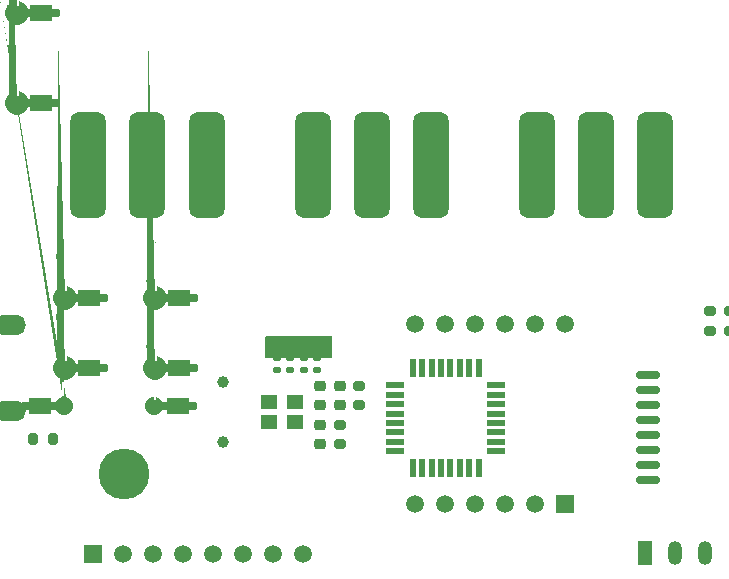
<source format=gbr>
%TF.GenerationSoftware,KiCad,Pcbnew,(6.0.0)*%
%TF.CreationDate,2023-05-06T18:39:40-07:00*%
%TF.ProjectId,digital_clock_v3,64696769-7461-46c5-9f63-6c6f636b5f76,rev?*%
%TF.SameCoordinates,Original*%
%TF.FileFunction,Soldermask,Top*%
%TF.FilePolarity,Negative*%
%FSLAX46Y46*%
G04 Gerber Fmt 4.6, Leading zero omitted, Abs format (unit mm)*
G04 Created by KiCad (PCBNEW (6.0.0)) date 2023-05-06 18:39:40*
%MOMM*%
%LPD*%
G01*
G04 APERTURE LIST*
G04 Aperture macros list*
%AMRoundRect*
0 Rectangle with rounded corners*
0 $1 Rounding radius*
0 $2 $3 $4 $5 $6 $7 $8 $9 X,Y pos of 4 corners*
0 Add a 4 corners polygon primitive as box body*
4,1,4,$2,$3,$4,$5,$6,$7,$8,$9,$2,$3,0*
0 Add four circle primitives for the rounded corners*
1,1,$1+$1,$2,$3*
1,1,$1+$1,$4,$5*
1,1,$1+$1,$6,$7*
1,1,$1+$1,$8,$9*
0 Add four rect primitives between the rounded corners*
20,1,$1+$1,$2,$3,$4,$5,0*
20,1,$1+$1,$4,$5,$6,$7,0*
20,1,$1+$1,$6,$7,$8,$9,0*
20,1,$1+$1,$8,$9,$2,$3,0*%
%AMFreePoly0*
4,1,54,0.201078,0.979575,0.387516,0.921863,0.559193,0.829038,0.709571,0.704634,0.832921,0.553392,0.924546,0.381070,0.947815,0.304000,1.093000,0.304000,1.093000,0.635000,1.107645,0.670355,1.143000,0.685000,2.921000,0.685000,2.956355,0.670355,2.971000,0.635000,2.971000,0.304000,3.556000,0.304000,3.591355,0.289355,3.606000,0.254000,3.606000,-0.254000,3.591355,-0.289355,
3.556000,-0.304000,2.971000,-0.304000,2.971000,-0.635000,2.956355,-0.670355,2.921000,-0.685000,1.143000,-0.685000,1.107645,-0.670355,1.093000,-0.635000,1.093000,-0.304000,0.947721,-0.304000,0.913545,-0.406737,0.817145,-0.576432,0.689620,-0.724172,0.535827,-0.844328,0.361625,-0.932324,0.173648,-0.984808,-0.020942,-0.999781,-0.214735,-0.976672,-0.400349,-0.916363,-0.570714,-0.821149,
-0.719340,-0.694658,-0.840567,-0.541708,-0.929776,-0.368125,-0.983571,-0.180519,-0.999903,0.013962,-0.978148,0.207912,-0.919135,0.393942,-0.825113,0.564967,-0.699663,0.714473,-0.547563,0.836764,-0.374607,0.927184,-0.187381,0.982287,0.006981,0.999976,0.201078,0.979575,0.201078,0.979575,$1*%
%AMFreePoly1*
4,1,51,0.174003,0.741867,0.334039,0.684881,0.477472,0.593856,0.597174,0.473315,0.687196,0.329249,0.743064,0.168820,0.762000,0.000000,0.761703,-0.021276,0.738060,-0.189502,0.677735,-0.348309,0.583726,-0.489804,0.460705,-0.606956,0.314786,-0.693941,0.153221,-0.746436,-0.015958,-0.761833,-0.184344,-0.739365,-0.343569,-0.680150,-0.485717,-0.587131,-0.603725,-0.464931,-0.691726,-0.319622,
-0.696923,-0.304000,-1.093000,-0.304000,-1.093000,-0.635000,-1.107645,-0.670355,-1.143000,-0.685000,-2.921000,-0.685000,-2.956355,-0.670355,-2.971000,-0.635000,-2.971000,-0.304000,-3.556000,-0.304000,-3.591355,-0.289355,-3.606000,-0.254000,-3.606000,0.254000,-3.591355,0.289355,-3.556000,0.304000,-2.971000,0.304000,-2.971000,0.635000,-2.956355,0.670355,-2.921000,0.685000,-1.143000,0.685000,
-1.107645,0.670355,-1.093000,0.635000,-1.093000,0.304000,-0.695203,0.304000,-0.682532,0.338812,-0.590508,0.481606,-0.469134,0.600464,-0.324444,0.689478,-0.163628,0.744224,0.005320,0.761981,0.174003,0.741867,0.174003,0.741867,$1*%
%AMFreePoly2*
4,1,50,0.174003,0.741867,0.334039,0.684881,0.477472,0.593856,0.597174,0.473315,0.687196,0.329249,0.695989,0.304000,1.093000,0.304000,1.093000,0.635000,1.107645,0.670355,1.143000,0.685000,2.921000,0.685000,2.956355,0.670355,2.971000,0.635000,2.971000,0.304000,3.556000,0.304000,3.591355,0.289355,3.606000,0.254000,3.606000,-0.254000,3.591355,-0.289355,3.556000,-0.304000,
2.971000,-0.304000,2.971000,-0.635000,2.956355,-0.670355,2.921000,-0.685000,1.143000,-0.685000,1.107645,-0.670355,1.093000,-0.635000,1.093000,-0.304000,0.694566,-0.304000,0.677735,-0.348309,0.583726,-0.489804,0.460705,-0.606956,0.314786,-0.693941,0.153221,-0.746436,-0.015958,-0.761833,-0.184344,-0.739365,-0.343569,-0.680150,-0.485717,-0.587131,-0.603725,-0.464931,-0.691726,-0.319622,
-0.745348,-0.158429,-0.761926,0.010639,-0.740634,0.179178,-0.682532,0.338812,-0.590508,0.481606,-0.469134,0.600464,-0.324444,0.689478,-0.163628,0.744224,0.005320,0.761981,0.174003,0.741867,0.174003,0.741867,$1*%
G04 Aperture macros list end*
%ADD10RoundRect,0.135000X-0.185000X0.135000X-0.185000X-0.135000X0.185000X-0.135000X0.185000X0.135000X0*%
%ADD11RoundRect,0.200000X-0.275000X0.200000X-0.275000X-0.200000X0.275000X-0.200000X0.275000X0.200000X0*%
%ADD12RoundRect,0.200000X-0.200000X-0.275000X0.200000X-0.275000X0.200000X0.275000X-0.200000X0.275000X0*%
%ADD13RoundRect,0.225000X0.250000X-0.225000X0.250000X0.225000X-0.250000X0.225000X-0.250000X-0.225000X0*%
%ADD14RoundRect,0.225000X-0.250000X0.225000X-0.250000X-0.225000X0.250000X-0.225000X0.250000X0.225000X0*%
%ADD15O,2.700000X1.700000*%
%ADD16R,2.032000X2.032000*%
%ADD17C,2.032000*%
%ADD18R,1.500000X1.500000*%
%ADD19C,1.500000*%
%ADD20RoundRect,0.750000X-0.750000X-3.750000X0.750000X-3.750000X0.750000X3.750000X-0.750000X3.750000X0*%
%ADD21RoundRect,0.150000X-0.875000X-0.150000X0.875000X-0.150000X0.875000X0.150000X-0.875000X0.150000X0*%
%ADD22R,1.200000X2.000000*%
%ADD23O,1.200000X2.000000*%
%ADD24C,4.300000*%
%ADD25FreePoly0,0.000000*%
%ADD26FreePoly0,180.000000*%
%ADD27R,1.400000X1.200000*%
%ADD28FreePoly1,180.000000*%
%ADD29FreePoly2,180.000000*%
%ADD30C,1.000000*%
%ADD31R,1.600000X0.550000*%
%ADD32R,0.550000X1.600000*%
%ADD33FreePoly0,90.000000*%
%ADD34FreePoly0,270.000000*%
G04 APERTURE END LIST*
D10*
%TO.C,R9*%
X30099000Y-43163000D03*
X30099000Y-44183000D03*
%TD*%
%TO.C,R8*%
X31242000Y-43163000D03*
X31242000Y-44183000D03*
%TD*%
%TO.C,R7*%
X32385000Y-43163000D03*
X32385000Y-44183000D03*
%TD*%
%TO.C,R6*%
X28956000Y-43163000D03*
X28956000Y-44183000D03*
%TD*%
D11*
%TO.C,R5*%
X35941000Y-45502000D03*
X35941000Y-47152000D03*
%TD*%
%TO.C,R4*%
X67310000Y-39175000D03*
X67310000Y-40825000D03*
%TD*%
%TO.C,R3*%
X65659000Y-39175000D03*
X65659000Y-40825000D03*
%TD*%
%TO.C,R2*%
X34290000Y-48804000D03*
X34290000Y-50454000D03*
%TD*%
D12*
%TO.C,R1*%
X8350000Y-50000000D03*
X10000000Y-50000000D03*
%TD*%
D13*
%TO.C,C7*%
X32639000Y-50404000D03*
X32639000Y-48854000D03*
%TD*%
%TO.C,C6*%
X32639000Y-47102000D03*
X32639000Y-45552000D03*
%TD*%
D14*
%TO.C,C5*%
X34290000Y-45552000D03*
X34290000Y-47102000D03*
%TD*%
D13*
%TO.C,C1*%
X68961000Y-40775000D03*
X68961000Y-39225000D03*
%TD*%
D15*
%TO.C,J1*%
X91650000Y-23150000D03*
X87139280Y-15850000D03*
X87139280Y-23150000D03*
X91650000Y-15850000D03*
%TD*%
D16*
%TO.C,BZ1*%
X86000000Y-39190000D03*
D17*
X86000000Y-46810000D03*
%TD*%
D18*
%TO.C,T2*%
X13360000Y-59750000D03*
D19*
X15900000Y-59750000D03*
X18440000Y-59750000D03*
X20980000Y-59750000D03*
X23520000Y-59750000D03*
X26060000Y-59750000D03*
X28600000Y-59750000D03*
X31140000Y-59750000D03*
%TD*%
D20*
%TO.C,S8*%
X70000000Y-26845000D03*
X75000000Y-26845000D03*
X80000000Y-26845000D03*
%TD*%
D21*
%TO.C,U1*%
X60350000Y-44555000D03*
X60350000Y-45825000D03*
X60350000Y-47095000D03*
X60350000Y-48365000D03*
X60350000Y-49635000D03*
X60350000Y-50905000D03*
X60350000Y-52175000D03*
X60350000Y-53445000D03*
X69650000Y-53445000D03*
X69650000Y-52175000D03*
X69650000Y-50905000D03*
X69650000Y-49635000D03*
X69650000Y-48365000D03*
X69650000Y-47095000D03*
X69650000Y-45825000D03*
X69650000Y-44555000D03*
%TD*%
D15*
%TO.C,J2*%
X6360720Y-47650000D03*
X1850000Y-40350000D03*
X6360720Y-40350000D03*
X1850000Y-47650000D03*
%TD*%
D22*
%TO.C,T3*%
X89154000Y-25781000D03*
D23*
X86614000Y-25781000D03*
X84074000Y-25781000D03*
%TD*%
D24*
%TO.C,H1*%
X16000000Y-53000000D03*
%TD*%
%TO.C,H3*%
X78000000Y-53000000D03*
%TD*%
D20*
%TO.C,S5*%
X13000000Y-26845000D03*
X18000000Y-26845000D03*
X23000000Y-26845000D03*
%TD*%
D25*
%TO.C,C3*%
X11000000Y-38100000D03*
D26*
X18620000Y-38100000D03*
%TD*%
D20*
%TO.C,S7*%
X51000000Y-26845000D03*
X56000000Y-26845000D03*
X61000000Y-26845000D03*
%TD*%
D27*
%TO.C,Y1*%
X28307200Y-48546000D03*
X30507200Y-48546000D03*
X30507200Y-46846000D03*
X28307200Y-46846000D03*
%TD*%
D26*
%TO.C,C4*%
X18620000Y-44000000D03*
D25*
X11000000Y-44000000D03*
%TD*%
D28*
%TO.C,D1*%
X10922400Y-47175000D03*
D29*
X18542400Y-47175000D03*
%TD*%
D20*
%TO.C,S6*%
X32000000Y-26845000D03*
X37000000Y-26845000D03*
X42000000Y-26845000D03*
%TD*%
D30*
%TO.C,Y2*%
X24407200Y-45156000D03*
X24407200Y-50236000D03*
%TD*%
D31*
%TO.C,U4*%
X39000000Y-45450000D03*
X39000000Y-46250000D03*
X39000000Y-47050000D03*
X39000000Y-47850000D03*
X39000000Y-48650000D03*
X39000000Y-49450000D03*
X39000000Y-50250000D03*
X39000000Y-51050000D03*
D32*
X40450000Y-52500000D03*
X41250000Y-52500000D03*
X42050000Y-52500000D03*
X42850000Y-52500000D03*
X43650000Y-52500000D03*
X44450000Y-52500000D03*
X45250000Y-52500000D03*
X46050000Y-52500000D03*
D31*
X47500000Y-51050000D03*
X47500000Y-50250000D03*
X47500000Y-49450000D03*
X47500000Y-48650000D03*
X47500000Y-47850000D03*
X47500000Y-47050000D03*
X47500000Y-46250000D03*
X47500000Y-45450000D03*
D32*
X46050000Y-44000000D03*
X45250000Y-44000000D03*
X44450000Y-44000000D03*
X43650000Y-44000000D03*
X42850000Y-44000000D03*
X42050000Y-44000000D03*
X41250000Y-44000000D03*
X40450000Y-44000000D03*
%TD*%
D22*
%TO.C,T1*%
X60097500Y-59690000D03*
D23*
X62637500Y-59690000D03*
X65177500Y-59690000D03*
%TD*%
D33*
%TO.C,C2*%
X6985000Y-21590000D03*
D34*
X6985000Y-13970000D03*
%TD*%
D18*
%TO.C,U3*%
X53350000Y-55477500D03*
D19*
X50810000Y-55477500D03*
X48270000Y-55477500D03*
X45730000Y-55477500D03*
X43190000Y-55477500D03*
X40650000Y-55477500D03*
X40650000Y-40237500D03*
X43190000Y-40237500D03*
X45730000Y-40237500D03*
X48270000Y-40237500D03*
X50810000Y-40237500D03*
X53350000Y-40237500D03*
%TD*%
G36*
X33597121Y-41295002D02*
G01*
X33643614Y-41348658D01*
X33655000Y-41401000D01*
X33655000Y-43054000D01*
X33634998Y-43122121D01*
X33581342Y-43168614D01*
X33529000Y-43180000D01*
X28066000Y-43180000D01*
X27997879Y-43159998D01*
X27951386Y-43106342D01*
X27940000Y-43054000D01*
X27940000Y-41401000D01*
X27960002Y-41332879D01*
X28013658Y-41286386D01*
X28066000Y-41275000D01*
X33529000Y-41275000D01*
X33597121Y-41295002D01*
G37*
M02*

</source>
